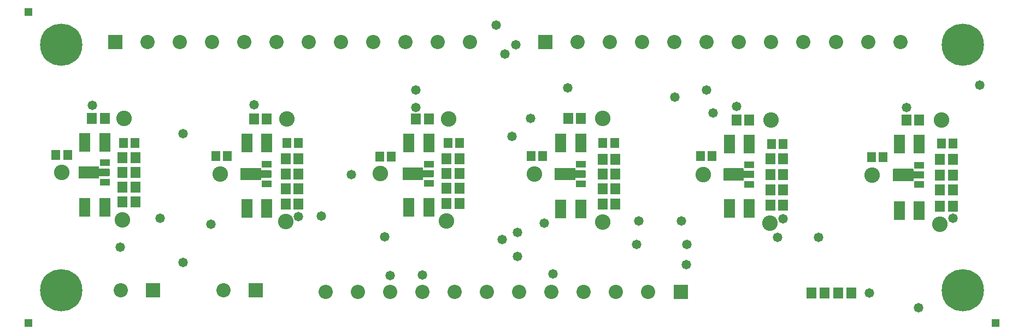
<source format=gts>
G04 Layer_Color=8388736*
%FSLAX25Y25*%
%MOIN*%
G70*
G01*
G75*
%ADD15R,0.05000X0.05000*%
%ADD25R,0.06312X0.06706*%
%ADD26C,0.09500*%
%ADD27R,0.05524X0.06312*%
%ADD28R,0.06706X0.11824*%
%ADD29R,0.05918X0.04343*%
%ADD30C,0.08674*%
%ADD31R,0.08674X0.08674*%
%ADD32C,0.25800*%
%ADD33C,0.05800*%
G36*
X47750Y100767D02*
X47801Y100757D01*
X47851Y100740D01*
X47898Y100716D01*
X47942Y100687D01*
X47981Y100653D01*
X48016Y100613D01*
X48045Y100570D01*
X48068Y100523D01*
X48085Y100473D01*
X48095Y100422D01*
X48098Y100369D01*
Y99132D01*
X54076D01*
X54128Y99129D01*
X54179Y99119D01*
X54229Y99102D01*
X54276Y99079D01*
X54320Y99050D01*
X54359Y99015D01*
X54394Y98975D01*
X54423Y98932D01*
X54446Y98885D01*
X54463Y98835D01*
X54473Y98784D01*
X54476Y98731D01*
Y95188D01*
X54473Y95136D01*
X54463Y95084D01*
X54446Y95035D01*
X54423Y94988D01*
X54394Y94944D01*
X54359Y94905D01*
X54320Y94870D01*
X54276Y94841D01*
X54229Y94818D01*
X54179Y94801D01*
X54128Y94791D01*
X54076Y94787D01*
X48098D01*
Y93550D01*
X48095Y93498D01*
X48085Y93447D01*
X48068Y93397D01*
X48045Y93350D01*
X48016Y93306D01*
X47981Y93267D01*
X47942Y93232D01*
X47898Y93203D01*
X47851Y93180D01*
X47801Y93163D01*
X47750Y93153D01*
X47698Y93150D01*
X35965D01*
X35913Y93153D01*
X35862Y93163D01*
X35812Y93180D01*
X35765Y93203D01*
X35721Y93232D01*
X35682Y93267D01*
X35647Y93306D01*
X35618Y93350D01*
X35595Y93397D01*
X35578Y93447D01*
X35568Y93498D01*
X35565Y93550D01*
Y100369D01*
X35568Y100422D01*
X35578Y100473D01*
X35595Y100523D01*
X35618Y100570D01*
X35647Y100613D01*
X35682Y100653D01*
X35721Y100687D01*
X35765Y100716D01*
X35812Y100740D01*
X35862Y100757D01*
X35913Y100767D01*
X35965Y100770D01*
X47698D01*
X47750Y100767D01*
D02*
G37*
G36*
X245389Y99967D02*
X245441Y99957D01*
X245490Y99940D01*
X245537Y99916D01*
X245581Y99887D01*
X245620Y99853D01*
X245655Y99813D01*
X245684Y99770D01*
X245707Y99723D01*
X245724Y99673D01*
X245735Y99622D01*
X245738Y99569D01*
Y98332D01*
X251715D01*
X251767Y98329D01*
X251819Y98319D01*
X251868Y98302D01*
X251915Y98279D01*
X251959Y98250D01*
X251998Y98215D01*
X252033Y98176D01*
X252062Y98132D01*
X252085Y98085D01*
X252102Y98035D01*
X252112Y97984D01*
X252116Y97931D01*
Y94388D01*
X252112Y94336D01*
X252102Y94284D01*
X252085Y94235D01*
X252062Y94188D01*
X252033Y94144D01*
X251998Y94105D01*
X251959Y94070D01*
X251915Y94041D01*
X251868Y94018D01*
X251819Y94001D01*
X251767Y93991D01*
X251715Y93987D01*
X245738D01*
Y92750D01*
X245735Y92698D01*
X245724Y92647D01*
X245707Y92597D01*
X245684Y92550D01*
X245655Y92506D01*
X245620Y92467D01*
X245581Y92432D01*
X245537Y92403D01*
X245490Y92380D01*
X245441Y92363D01*
X245389Y92353D01*
X245337Y92349D01*
X233605D01*
X233552Y92353D01*
X233501Y92363D01*
X233451Y92380D01*
X233404Y92403D01*
X233361Y92432D01*
X233321Y92467D01*
X233287Y92506D01*
X233258Y92550D01*
X233234Y92597D01*
X233218Y92647D01*
X233207Y92698D01*
X233204Y92750D01*
Y99569D01*
X233207Y99622D01*
X233218Y99673D01*
X233234Y99723D01*
X233258Y99770D01*
X233287Y99813D01*
X233321Y99853D01*
X233361Y99887D01*
X233404Y99916D01*
X233451Y99940D01*
X233501Y99957D01*
X233552Y99967D01*
X233605Y99970D01*
X245337D01*
X245389Y99967D01*
D02*
G37*
G36*
X338124Y99767D02*
X338175Y99756D01*
X338225Y99740D01*
X338272Y99716D01*
X338316Y99687D01*
X338355Y99653D01*
X338390Y99613D01*
X338419Y99570D01*
X338442Y99523D01*
X338459Y99473D01*
X338469Y99422D01*
X338473Y99369D01*
Y98132D01*
X344450D01*
X344502Y98129D01*
X344553Y98119D01*
X344603Y98102D01*
X344650Y98079D01*
X344694Y98049D01*
X344733Y98015D01*
X344768Y97975D01*
X344797Y97932D01*
X344820Y97885D01*
X344837Y97835D01*
X344847Y97784D01*
X344850Y97732D01*
Y94188D01*
X344847Y94136D01*
X344837Y94084D01*
X344820Y94035D01*
X344797Y93988D01*
X344768Y93944D01*
X344733Y93905D01*
X344694Y93870D01*
X344650Y93841D01*
X344603Y93818D01*
X344553Y93801D01*
X344502Y93791D01*
X344450Y93787D01*
X338473D01*
Y92550D01*
X338469Y92498D01*
X338459Y92447D01*
X338442Y92397D01*
X338419Y92350D01*
X338390Y92306D01*
X338355Y92267D01*
X338316Y92232D01*
X338272Y92203D01*
X338225Y92180D01*
X338175Y92163D01*
X338124Y92153D01*
X338072Y92150D01*
X326339D01*
X326287Y92153D01*
X326236Y92163D01*
X326186Y92180D01*
X326139Y92203D01*
X326095Y92232D01*
X326056Y92267D01*
X326021Y92306D01*
X325992Y92350D01*
X325969Y92397D01*
X325952Y92447D01*
X325942Y92498D01*
X325939Y92550D01*
Y99369D01*
X325942Y99422D01*
X325952Y99473D01*
X325969Y99523D01*
X325992Y99570D01*
X326021Y99613D01*
X326056Y99653D01*
X326095Y99687D01*
X326139Y99716D01*
X326186Y99740D01*
X326236Y99756D01*
X326287Y99767D01*
X326339Y99770D01*
X338072D01*
X338124Y99767D01*
D02*
G37*
G36*
X146587D02*
X146638Y99756D01*
X146688Y99740D01*
X146735Y99716D01*
X146779Y99687D01*
X146818Y99653D01*
X146853Y99613D01*
X146882Y99570D01*
X146905Y99523D01*
X146922Y99473D01*
X146932Y99422D01*
X146935Y99369D01*
Y98132D01*
X152913D01*
X152965Y98129D01*
X153016Y98119D01*
X153066Y98102D01*
X153113Y98079D01*
X153157Y98049D01*
X153196Y98015D01*
X153231Y97975D01*
X153260Y97932D01*
X153283Y97885D01*
X153300Y97835D01*
X153310Y97784D01*
X153314Y97732D01*
Y94188D01*
X153310Y94136D01*
X153300Y94084D01*
X153283Y94035D01*
X153260Y93988D01*
X153231Y93944D01*
X153196Y93905D01*
X153157Y93870D01*
X153113Y93841D01*
X153066Y93818D01*
X153016Y93801D01*
X152965Y93791D01*
X152913Y93787D01*
X146935D01*
Y92550D01*
X146932Y92498D01*
X146922Y92447D01*
X146905Y92397D01*
X146882Y92350D01*
X146853Y92306D01*
X146818Y92267D01*
X146779Y92232D01*
X146735Y92203D01*
X146688Y92180D01*
X146638Y92163D01*
X146587Y92153D01*
X146535Y92150D01*
X134802D01*
X134750Y92153D01*
X134699Y92163D01*
X134649Y92180D01*
X134602Y92203D01*
X134558Y92232D01*
X134519Y92267D01*
X134484Y92306D01*
X134455Y92350D01*
X134432Y92397D01*
X134415Y92447D01*
X134405Y92498D01*
X134402Y92550D01*
Y99369D01*
X134405Y99422D01*
X134415Y99473D01*
X134432Y99523D01*
X134455Y99570D01*
X134484Y99613D01*
X134519Y99653D01*
X134558Y99687D01*
X134602Y99716D01*
X134649Y99740D01*
X134699Y99756D01*
X134750Y99767D01*
X134802Y99770D01*
X146535D01*
X146587Y99767D01*
D02*
G37*
G36*
X441018Y99476D02*
X441069Y99466D01*
X441119Y99449D01*
X441166Y99426D01*
X441209Y99397D01*
X441249Y99362D01*
X441283Y99323D01*
X441313Y99279D01*
X441336Y99232D01*
X441353Y99182D01*
X441363Y99131D01*
X441366Y99079D01*
Y97842D01*
X447343D01*
X447396Y97838D01*
X447447Y97828D01*
X447497Y97811D01*
X447544Y97788D01*
X447587Y97759D01*
X447627Y97724D01*
X447661Y97685D01*
X447690Y97641D01*
X447714Y97594D01*
X447730Y97545D01*
X447741Y97493D01*
X447744Y97441D01*
Y93898D01*
X447741Y93845D01*
X447730Y93794D01*
X447714Y93744D01*
X447690Y93697D01*
X447661Y93654D01*
X447627Y93614D01*
X447587Y93580D01*
X447544Y93550D01*
X447497Y93527D01*
X447447Y93510D01*
X447396Y93500D01*
X447343Y93497D01*
X441366D01*
Y92260D01*
X441363Y92207D01*
X441353Y92156D01*
X441336Y92106D01*
X441313Y92059D01*
X441283Y92016D01*
X441249Y91976D01*
X441209Y91942D01*
X441166Y91913D01*
X441119Y91890D01*
X441069Y91873D01*
X441018Y91862D01*
X440965Y91859D01*
X429233D01*
X429181Y91862D01*
X429129Y91873D01*
X429080Y91890D01*
X429033Y91913D01*
X428989Y91942D01*
X428950Y91976D01*
X428915Y92016D01*
X428886Y92059D01*
X428863Y92106D01*
X428846Y92156D01*
X428836Y92207D01*
X428832Y92260D01*
Y99079D01*
X428836Y99131D01*
X428846Y99182D01*
X428863Y99232D01*
X428886Y99279D01*
X428915Y99323D01*
X428950Y99362D01*
X428989Y99397D01*
X429033Y99426D01*
X429080Y99449D01*
X429129Y99466D01*
X429181Y99476D01*
X429233Y99480D01*
X440965D01*
X441018Y99476D01*
D02*
G37*
G36*
X544587Y99235D02*
X544638Y99225D01*
X544688Y99208D01*
X544735Y99185D01*
X544779Y99156D01*
X544818Y99121D01*
X544853Y99082D01*
X544882Y99038D01*
X544905Y98991D01*
X544922Y98942D01*
X544932Y98890D01*
X544936Y98838D01*
Y97601D01*
X550913D01*
X550965Y97597D01*
X551016Y97587D01*
X551066Y97570D01*
X551113Y97547D01*
X551157Y97518D01*
X551196Y97483D01*
X551231Y97444D01*
X551260Y97400D01*
X551283Y97353D01*
X551300Y97304D01*
X551310Y97252D01*
X551313Y97200D01*
Y93657D01*
X551310Y93604D01*
X551300Y93553D01*
X551283Y93503D01*
X551260Y93456D01*
X551231Y93413D01*
X551196Y93373D01*
X551157Y93339D01*
X551113Y93310D01*
X551066Y93286D01*
X551016Y93269D01*
X550965Y93259D01*
X550913Y93256D01*
X544936D01*
Y92019D01*
X544932Y91967D01*
X544922Y91915D01*
X544905Y91865D01*
X544882Y91818D01*
X544853Y91775D01*
X544818Y91736D01*
X544779Y91701D01*
X544735Y91672D01*
X544688Y91649D01*
X544638Y91632D01*
X544587Y91622D01*
X544535Y91618D01*
X532802D01*
X532750Y91622D01*
X532699Y91632D01*
X532649Y91649D01*
X532602Y91672D01*
X532558Y91701D01*
X532519Y91736D01*
X532484Y91775D01*
X532455Y91818D01*
X532432Y91865D01*
X532415Y91915D01*
X532405Y91967D01*
X532402Y92019D01*
Y98838D01*
X532405Y98890D01*
X532415Y98942D01*
X532432Y98991D01*
X532455Y99038D01*
X532484Y99082D01*
X532519Y99121D01*
X532558Y99156D01*
X532602Y99185D01*
X532649Y99208D01*
X532699Y99225D01*
X532750Y99235D01*
X532802Y99239D01*
X544535D01*
X544587Y99235D01*
D02*
G37*
D15*
X595000Y5000D02*
D03*
X5000D02*
D03*
Y195000D02*
D03*
D25*
X482663Y23200D02*
D03*
X490537D02*
D03*
X506837D02*
D03*
X498963D02*
D03*
X568874Y86168D02*
D03*
X561000D02*
D03*
Y76368D02*
D03*
X568874D02*
D03*
Y95423D02*
D03*
X561000D02*
D03*
X568874Y104868D02*
D03*
X561000D02*
D03*
X548402Y128828D02*
D03*
X540528D02*
D03*
X465374Y105269D02*
D03*
X457500D02*
D03*
X465374Y95664D02*
D03*
X457500D02*
D03*
X465374Y86300D02*
D03*
X457500D02*
D03*
Y76900D02*
D03*
X465374D02*
D03*
X444774Y128900D02*
D03*
X436900D02*
D03*
X342009Y129800D02*
D03*
X334135D02*
D03*
X355137Y77500D02*
D03*
X363011D02*
D03*
Y86800D02*
D03*
X355137D02*
D03*
X363011Y95960D02*
D03*
X355137D02*
D03*
X363011Y105100D02*
D03*
X355137D02*
D03*
X260102Y77900D02*
D03*
X267976D02*
D03*
Y87300D02*
D03*
X260102D02*
D03*
X267976Y96160D02*
D03*
X260102D02*
D03*
X267976Y105300D02*
D03*
X260102D02*
D03*
X249176Y129600D02*
D03*
X241302D02*
D03*
X161828Y77600D02*
D03*
X169702D02*
D03*
Y86800D02*
D03*
X161828D02*
D03*
X150339Y129500D02*
D03*
X142465D02*
D03*
X169702Y105300D02*
D03*
X161828D02*
D03*
X169702Y95954D02*
D03*
X161828D02*
D03*
X51537Y130000D02*
D03*
X43663D02*
D03*
X70137Y88100D02*
D03*
X62263D02*
D03*
X70137Y106100D02*
D03*
X62263D02*
D03*
Y78900D02*
D03*
X70137D02*
D03*
X70165Y96954D02*
D03*
X62291D02*
D03*
D26*
X162594Y129500D02*
D03*
X561000Y65268D02*
D03*
X561794Y128828D02*
D03*
X519537Y95423D02*
D03*
X457437Y65800D02*
D03*
X457871Y128900D02*
D03*
X416637Y95664D02*
D03*
X313674Y95960D02*
D03*
X355431Y129800D02*
D03*
X355137Y66500D02*
D03*
X260102Y67200D02*
D03*
X261139Y129560D02*
D03*
X219568Y96160D02*
D03*
X121837Y95954D02*
D03*
X161868Y66900D02*
D03*
X63300Y130000D02*
D03*
X25328Y96960D02*
D03*
X62300Y68100D02*
D03*
D27*
X526443Y106300D02*
D03*
X519357D02*
D03*
X568880Y114469D02*
D03*
X561794D02*
D03*
X422043Y107000D02*
D03*
X414957D02*
D03*
X465324Y114400D02*
D03*
X458237D02*
D03*
X362517Y114800D02*
D03*
X355431D02*
D03*
X318643Y107000D02*
D03*
X311557D02*
D03*
X226443Y106700D02*
D03*
X219357D02*
D03*
X267983Y114800D02*
D03*
X260896D02*
D03*
X169680Y114800D02*
D03*
X162594D02*
D03*
X126343Y106800D02*
D03*
X119257D02*
D03*
X28872Y107659D02*
D03*
X21785D02*
D03*
X70077Y115100D02*
D03*
X62991D02*
D03*
D28*
X536163Y114428D02*
D03*
X548368D02*
D03*
X536163Y73628D02*
D03*
X548368D02*
D03*
X432535Y114400D02*
D03*
X444739D02*
D03*
X432535Y75100D02*
D03*
X444739D02*
D03*
X329772Y114800D02*
D03*
X341976D02*
D03*
X329672Y74600D02*
D03*
X341876D02*
D03*
X236937Y114800D02*
D03*
X249142D02*
D03*
X236937Y75600D02*
D03*
X249142D02*
D03*
X138135Y74900D02*
D03*
X150339D02*
D03*
X138135Y114800D02*
D03*
X150339D02*
D03*
X39398Y115300D02*
D03*
X51602D02*
D03*
X39298Y75500D02*
D03*
X51502D02*
D03*
D29*
X548354Y95423D02*
D03*
Y101334D02*
D03*
Y89523D02*
D03*
X444784Y95664D02*
D03*
Y101575D02*
D03*
Y89764D02*
D03*
X341891Y95954D02*
D03*
Y101865D02*
D03*
Y90054D02*
D03*
X249156Y96154D02*
D03*
Y102065D02*
D03*
Y90254D02*
D03*
X150354Y95954D02*
D03*
Y101865D02*
D03*
Y90054D02*
D03*
X51516Y96954D02*
D03*
Y102865D02*
D03*
Y91054D02*
D03*
D30*
X123815Y25000D02*
D03*
X61315D02*
D03*
X186265Y24100D02*
D03*
X205950D02*
D03*
X225635D02*
D03*
X245320D02*
D03*
X265005D02*
D03*
X284690D02*
D03*
X304375D02*
D03*
X324060D02*
D03*
X343745D02*
D03*
X363430D02*
D03*
X383115D02*
D03*
X274335Y176500D02*
D03*
X254650D02*
D03*
X234965D02*
D03*
X215280D02*
D03*
X195595D02*
D03*
X175910D02*
D03*
X156225D02*
D03*
X136540D02*
D03*
X116855D02*
D03*
X97170D02*
D03*
X77485D02*
D03*
X536835D02*
D03*
X517150D02*
D03*
X497465D02*
D03*
X477780D02*
D03*
X458095D02*
D03*
X438410D02*
D03*
X418725D02*
D03*
X399040D02*
D03*
X379355D02*
D03*
X359670D02*
D03*
X339985D02*
D03*
D31*
X143500Y25000D02*
D03*
X81000D02*
D03*
X402800Y24100D02*
D03*
X57800Y176500D02*
D03*
X320300D02*
D03*
D32*
X25000Y175000D02*
D03*
Y25000D02*
D03*
X575000Y175000D02*
D03*
Y25000D02*
D03*
D33*
X293954Y55841D02*
D03*
X300054Y118946D02*
D03*
X311354Y129913D02*
D03*
X303254Y60446D02*
D03*
X319789Y66009D02*
D03*
X333989Y148511D02*
D03*
X183691Y70283D02*
D03*
X222277Y57768D02*
D03*
X116254Y65146D02*
D03*
X85454Y68946D02*
D03*
X486800Y57291D02*
D03*
X461854Y57146D02*
D03*
X403254Y67346D02*
D03*
X406454Y40646D02*
D03*
X406539Y52830D02*
D03*
X585354Y150146D02*
D03*
X375854Y52830D02*
D03*
X377354Y67374D02*
D03*
X142465Y138200D02*
D03*
X169702Y70100D02*
D03*
X241302Y136500D02*
D03*
X436900Y137400D02*
D03*
X465400Y68700D02*
D03*
X540528Y136600D02*
D03*
X568874Y68900D02*
D03*
X518100Y23200D02*
D03*
X201800Y95640D02*
D03*
X295700Y169200D02*
D03*
X290300Y186900D02*
D03*
X302200Y174900D02*
D03*
X399200Y142900D02*
D03*
X418600Y147200D02*
D03*
X422513Y133313D02*
D03*
X325100Y34900D02*
D03*
X225600Y34000D02*
D03*
X241157Y147246D02*
D03*
X99300Y42100D02*
D03*
Y120600D02*
D03*
X43800Y138000D02*
D03*
X61085Y51300D02*
D03*
X548100Y14400D02*
D03*
X303400Y45500D02*
D03*
X245219Y34200D02*
D03*
M02*

</source>
